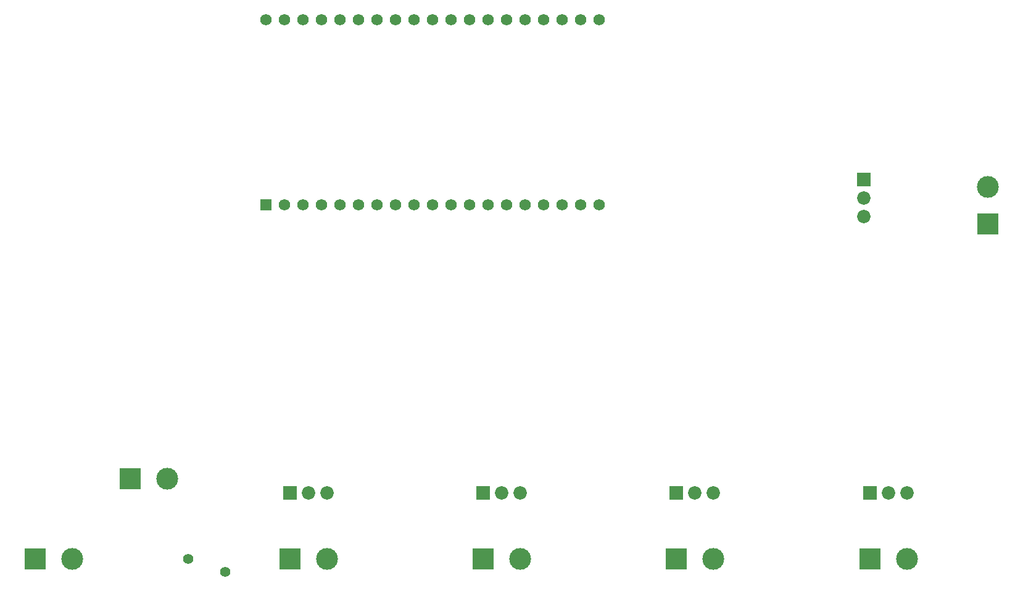
<source format=gbr>
%TF.GenerationSoftware,KiCad,Pcbnew,9.0.0*%
%TF.CreationDate,2025-07-08T15:13:07+02:00*%
%TF.ProjectId,Genric ESP32 5 MOSFEST ,47656e72-6963-4204-9553-503332203520,rev?*%
%TF.SameCoordinates,Original*%
%TF.FileFunction,Soldermask,Bot*%
%TF.FilePolarity,Negative*%
%FSLAX46Y46*%
G04 Gerber Fmt 4.6, Leading zero omitted, Abs format (unit mm)*
G04 Created by KiCad (PCBNEW 9.0.0) date 2025-07-08 15:13:07*
%MOMM*%
%LPD*%
G01*
G04 APERTURE LIST*
%ADD10C,1.560000*%
%ADD11R,1.560000X1.560000*%
%ADD12R,1.845000X1.845000*%
%ADD13C,1.845000*%
%ADD14R,3.000000X3.000000*%
%ADD15C,3.000000*%
%ADD16C,1.400000*%
G04 APERTURE END LIST*
D10*
%TO.C,U2*%
X96400000Y-111000000D03*
X93860000Y-111000000D03*
X91320000Y-111000000D03*
X88780000Y-111000000D03*
X86240000Y-111000000D03*
X83700000Y-111000000D03*
X81160000Y-111000000D03*
X78620000Y-111000000D03*
X76080000Y-111000000D03*
X73540000Y-111000000D03*
X71000000Y-111000000D03*
X68460000Y-111000000D03*
X65920000Y-111000000D03*
X63380000Y-111000000D03*
X60840000Y-111000000D03*
X58300000Y-111000000D03*
X55760000Y-111000000D03*
X53220000Y-111000000D03*
X50680000Y-111000000D03*
X93860000Y-136400000D03*
X91320000Y-136400000D03*
X88780000Y-136400000D03*
X86240000Y-136400000D03*
X83700000Y-136400000D03*
X81160000Y-136400000D03*
X78620000Y-136400000D03*
X76080000Y-136400000D03*
X73540000Y-136400000D03*
X71000000Y-136400000D03*
X68460000Y-136400000D03*
X65920000Y-136400000D03*
X63380000Y-136400000D03*
X60840000Y-136400000D03*
X58300000Y-136400000D03*
X55760000Y-136400000D03*
X96400000Y-136400000D03*
X53220000Y-136400000D03*
D11*
X50680000Y-136400000D03*
%TD*%
D12*
%TO.C,Q6*%
X132700000Y-133000000D03*
D13*
X132700000Y-135540000D03*
X132700000Y-138080000D03*
%TD*%
D12*
%TO.C,Q5*%
X133510000Y-176000000D03*
D13*
X136050000Y-176000000D03*
X138590000Y-176000000D03*
%TD*%
D12*
%TO.C,Q4*%
X106980000Y-176000000D03*
D13*
X109520000Y-176000000D03*
X112060000Y-176000000D03*
%TD*%
D12*
%TO.C,Q3*%
X80450000Y-176000000D03*
D13*
X82990000Y-176000000D03*
X85530000Y-176000000D03*
%TD*%
D12*
%TO.C,Q1*%
X53920000Y-176000000D03*
D13*
X56460000Y-176000000D03*
X59000000Y-176000000D03*
%TD*%
D14*
%TO.C,J10*%
X149700000Y-139080000D03*
D15*
X149700000Y-134000000D03*
%TD*%
D14*
%TO.C,J9*%
X32000000Y-174000000D03*
D15*
X37080000Y-174000000D03*
%TD*%
D14*
%TO.C,J8*%
X133497143Y-185000000D03*
D15*
X138577143Y-185000000D03*
%TD*%
D14*
%TO.C,J7*%
X106971429Y-185000000D03*
D15*
X112051429Y-185000000D03*
%TD*%
D14*
%TO.C,J6*%
X80445714Y-185000000D03*
D15*
X85525714Y-185000000D03*
%TD*%
D14*
%TO.C,J5*%
X19000000Y-185000000D03*
D15*
X24080000Y-185000000D03*
%TD*%
D14*
%TO.C,J4*%
X53920000Y-185000000D03*
D15*
X59000000Y-185000000D03*
%TD*%
D16*
%TO.C,F1*%
X40000000Y-185000000D03*
X45100000Y-186800000D03*
%TD*%
M02*

</source>
